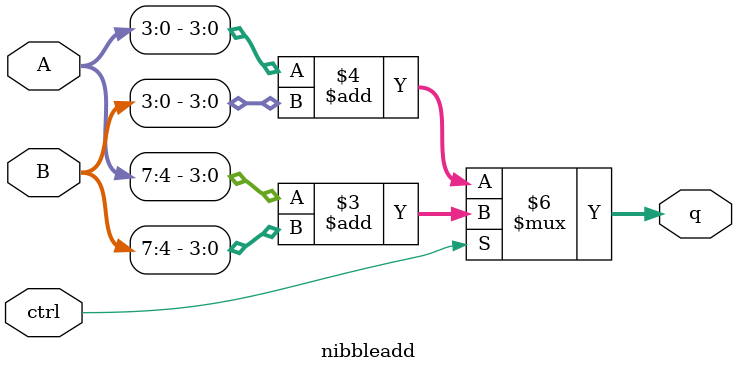
<source format=v>
module nibbleadd(
    input [7:0]A,
    input [7:0]B,
    input ctrl,
    output reg [4:0]q
);

always @ (A,B,ctrl) begin
    
    if(ctrl==1)
    begin
        q <= A[7:4]+B[7:4];
    end
    else
        q <= A[3:0]+B[3:0];
end

endmodule
</source>
